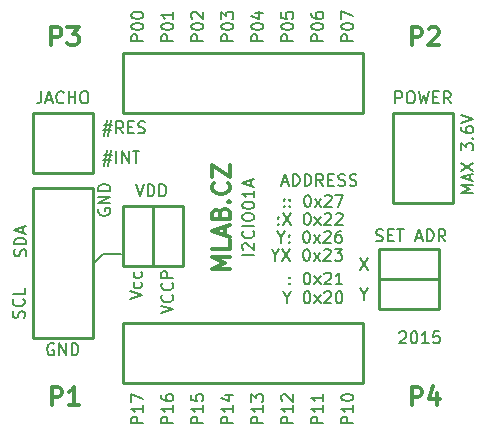
<source format=gbr>
G04 #@! TF.FileFunction,Legend,Top*
%FSLAX46Y46*%
G04 Gerber Fmt 4.6, Leading zero omitted, Abs format (unit mm)*
G04 Created by KiCad (PCBNEW 0.201412081631+5316~19~ubuntu14.04.1-product) date St 10. prosinec 2014, 16:51:25 CET*
%MOMM*%
G01*
G04 APERTURE LIST*
%ADD10C,0.100000*%
%ADD11C,0.200000*%
%ADD12C,0.300000*%
%ADD13C,0.254000*%
%ADD14C,0.304800*%
G04 APERTURE END LIST*
D10*
D11*
X8509000Y7112000D02*
X10033000Y7112000D01*
X7747000Y6350000D02*
X8509000Y7112000D01*
X23344524Y9675857D02*
X23392143Y9628238D01*
X23344524Y9580619D01*
X23296905Y9628238D01*
X23344524Y9675857D01*
X23344524Y9580619D01*
X23344524Y10199667D02*
X23392143Y10152048D01*
X23344524Y10104429D01*
X23296905Y10152048D01*
X23344524Y10199667D01*
X23344524Y10104429D01*
X23725476Y10580619D02*
X24392143Y9580619D01*
X24392143Y10580619D02*
X23725476Y9580619D01*
X25725476Y10580619D02*
X25820715Y10580619D01*
X25915953Y10533000D01*
X25963572Y10485381D01*
X26011191Y10390143D01*
X26058810Y10199667D01*
X26058810Y9961571D01*
X26011191Y9771095D01*
X25963572Y9675857D01*
X25915953Y9628238D01*
X25820715Y9580619D01*
X25725476Y9580619D01*
X25630238Y9628238D01*
X25582619Y9675857D01*
X25535000Y9771095D01*
X25487381Y9961571D01*
X25487381Y10199667D01*
X25535000Y10390143D01*
X25582619Y10485381D01*
X25630238Y10533000D01*
X25725476Y10580619D01*
X26392143Y9580619D02*
X26915953Y10247286D01*
X26392143Y10247286D02*
X26915953Y9580619D01*
X27249286Y10485381D02*
X27296905Y10533000D01*
X27392143Y10580619D01*
X27630239Y10580619D01*
X27725477Y10533000D01*
X27773096Y10485381D01*
X27820715Y10390143D01*
X27820715Y10294905D01*
X27773096Y10152048D01*
X27201667Y9580619D01*
X27820715Y9580619D01*
X28201667Y10485381D02*
X28249286Y10533000D01*
X28344524Y10580619D01*
X28582620Y10580619D01*
X28677858Y10533000D01*
X28725477Y10485381D01*
X28773096Y10390143D01*
X28773096Y10294905D01*
X28725477Y10152048D01*
X28154048Y9580619D01*
X28773096Y9580619D01*
X10755381Y3270238D02*
X11755381Y3603571D01*
X10755381Y3936905D01*
X11707762Y4698810D02*
X11755381Y4603572D01*
X11755381Y4413095D01*
X11707762Y4317857D01*
X11660143Y4270238D01*
X11564905Y4222619D01*
X11279190Y4222619D01*
X11183952Y4270238D01*
X11136333Y4317857D01*
X11088714Y4413095D01*
X11088714Y4603572D01*
X11136333Y4698810D01*
X11707762Y5555953D02*
X11755381Y5460715D01*
X11755381Y5270238D01*
X11707762Y5175000D01*
X11660143Y5127381D01*
X11564905Y5079762D01*
X11279190Y5079762D01*
X11183952Y5127381D01*
X11136333Y5175000D01*
X11088714Y5270238D01*
X11088714Y5460715D01*
X11136333Y5555953D01*
X13422381Y2080095D02*
X14422381Y2413428D01*
X13422381Y2746762D01*
X14327143Y3651524D02*
X14374762Y3603905D01*
X14422381Y3461048D01*
X14422381Y3365810D01*
X14374762Y3222952D01*
X14279524Y3127714D01*
X14184286Y3080095D01*
X13993810Y3032476D01*
X13850952Y3032476D01*
X13660476Y3080095D01*
X13565238Y3127714D01*
X13470000Y3222952D01*
X13422381Y3365810D01*
X13422381Y3461048D01*
X13470000Y3603905D01*
X13517619Y3651524D01*
X14327143Y4651524D02*
X14374762Y4603905D01*
X14422381Y4461048D01*
X14422381Y4365810D01*
X14374762Y4222952D01*
X14279524Y4127714D01*
X14184286Y4080095D01*
X13993810Y4032476D01*
X13850952Y4032476D01*
X13660476Y4080095D01*
X13565238Y4127714D01*
X13470000Y4222952D01*
X13422381Y4365810D01*
X13422381Y4461048D01*
X13470000Y4603905D01*
X13517619Y4651524D01*
X14422381Y5080095D02*
X13422381Y5080095D01*
X13422381Y5461048D01*
X13470000Y5556286D01*
X13517619Y5603905D01*
X13612857Y5651524D01*
X13755714Y5651524D01*
X13850952Y5603905D01*
X13898571Y5556286D01*
X13946190Y5461048D01*
X13946190Y5080095D01*
X11271238Y12993619D02*
X11604571Y11993619D01*
X11937905Y12993619D01*
X12271238Y11993619D02*
X12271238Y12993619D01*
X12509333Y12993619D01*
X12652191Y12946000D01*
X12747429Y12850762D01*
X12795048Y12755524D01*
X12842667Y12565048D01*
X12842667Y12422190D01*
X12795048Y12231714D01*
X12747429Y12136476D01*
X12652191Y12041238D01*
X12509333Y11993619D01*
X12271238Y11993619D01*
X13271238Y11993619D02*
X13271238Y12993619D01*
X13509333Y12993619D01*
X13652191Y12946000D01*
X13747429Y12850762D01*
X13795048Y12755524D01*
X13842667Y12565048D01*
X13842667Y12422190D01*
X13795048Y12231714D01*
X13747429Y12136476D01*
X13652191Y12041238D01*
X13509333Y11993619D01*
X13271238Y11993619D01*
X33591714Y452381D02*
X33639333Y500000D01*
X33734571Y547619D01*
X33972667Y547619D01*
X34067905Y500000D01*
X34115524Y452381D01*
X34163143Y357143D01*
X34163143Y261905D01*
X34115524Y119048D01*
X33544095Y-452381D01*
X34163143Y-452381D01*
X34782190Y547619D02*
X34877429Y547619D01*
X34972667Y500000D01*
X35020286Y452381D01*
X35067905Y357143D01*
X35115524Y166667D01*
X35115524Y-71429D01*
X35067905Y-261905D01*
X35020286Y-357143D01*
X34972667Y-404762D01*
X34877429Y-452381D01*
X34782190Y-452381D01*
X34686952Y-404762D01*
X34639333Y-357143D01*
X34591714Y-261905D01*
X34544095Y-71429D01*
X34544095Y166667D01*
X34591714Y357143D01*
X34639333Y452381D01*
X34686952Y500000D01*
X34782190Y547619D01*
X36067905Y-452381D02*
X35496476Y-452381D01*
X35782190Y-452381D02*
X35782190Y547619D01*
X35686952Y404762D01*
X35591714Y309524D01*
X35496476Y261905D01*
X36972667Y547619D02*
X36496476Y547619D01*
X36448857Y71429D01*
X36496476Y119048D01*
X36591714Y166667D01*
X36829810Y166667D01*
X36925048Y119048D01*
X36972667Y71429D01*
X37020286Y-23810D01*
X37020286Y-261905D01*
X36972667Y-357143D01*
X36925048Y-404762D01*
X36829810Y-452381D01*
X36591714Y-452381D01*
X36496476Y-404762D01*
X36448857Y-357143D01*
X3246667Y20867619D02*
X3246667Y20153333D01*
X3199047Y20010476D01*
X3103809Y19915238D01*
X2960952Y19867619D01*
X2865714Y19867619D01*
X3675238Y20153333D02*
X4151429Y20153333D01*
X3580000Y19867619D02*
X3913333Y20867619D01*
X4246667Y19867619D01*
X5151429Y19962857D02*
X5103810Y19915238D01*
X4960953Y19867619D01*
X4865715Y19867619D01*
X4722857Y19915238D01*
X4627619Y20010476D01*
X4580000Y20105714D01*
X4532381Y20296190D01*
X4532381Y20439048D01*
X4580000Y20629524D01*
X4627619Y20724762D01*
X4722857Y20820000D01*
X4865715Y20867619D01*
X4960953Y20867619D01*
X5103810Y20820000D01*
X5151429Y20772381D01*
X5580000Y19867619D02*
X5580000Y20867619D01*
X5580000Y20391429D02*
X6151429Y20391429D01*
X6151429Y19867619D02*
X6151429Y20867619D01*
X6818095Y20867619D02*
X7008572Y20867619D01*
X7103810Y20820000D01*
X7199048Y20724762D01*
X7246667Y20534286D01*
X7246667Y20200952D01*
X7199048Y20010476D01*
X7103810Y19915238D01*
X7008572Y19867619D01*
X6818095Y19867619D01*
X6722857Y19915238D01*
X6627619Y20010476D01*
X6580000Y20200952D01*
X6580000Y20534286D01*
X6627619Y20724762D01*
X6722857Y20820000D01*
X6818095Y20867619D01*
X21280381Y7040953D02*
X20280381Y7040953D01*
X20375619Y7469524D02*
X20328000Y7517143D01*
X20280381Y7612381D01*
X20280381Y7850477D01*
X20328000Y7945715D01*
X20375619Y7993334D01*
X20470857Y8040953D01*
X20566095Y8040953D01*
X20708952Y7993334D01*
X21280381Y7421905D01*
X21280381Y8040953D01*
X21185143Y9040953D02*
X21232762Y8993334D01*
X21280381Y8850477D01*
X21280381Y8755239D01*
X21232762Y8612381D01*
X21137524Y8517143D01*
X21042286Y8469524D01*
X20851810Y8421905D01*
X20708952Y8421905D01*
X20518476Y8469524D01*
X20423238Y8517143D01*
X20328000Y8612381D01*
X20280381Y8755239D01*
X20280381Y8850477D01*
X20328000Y8993334D01*
X20375619Y9040953D01*
X21280381Y9469524D02*
X20280381Y9469524D01*
X20280381Y10136190D02*
X20280381Y10326667D01*
X20328000Y10421905D01*
X20423238Y10517143D01*
X20613714Y10564762D01*
X20947048Y10564762D01*
X21137524Y10517143D01*
X21232762Y10421905D01*
X21280381Y10326667D01*
X21280381Y10136190D01*
X21232762Y10040952D01*
X21137524Y9945714D01*
X20947048Y9898095D01*
X20613714Y9898095D01*
X20423238Y9945714D01*
X20328000Y10040952D01*
X20280381Y10136190D01*
X20280381Y11183809D02*
X20280381Y11279048D01*
X20328000Y11374286D01*
X20375619Y11421905D01*
X20470857Y11469524D01*
X20661333Y11517143D01*
X20899429Y11517143D01*
X21089905Y11469524D01*
X21185143Y11421905D01*
X21232762Y11374286D01*
X21280381Y11279048D01*
X21280381Y11183809D01*
X21232762Y11088571D01*
X21185143Y11040952D01*
X21089905Y10993333D01*
X20899429Y10945714D01*
X20661333Y10945714D01*
X20470857Y10993333D01*
X20375619Y11040952D01*
X20328000Y11088571D01*
X20280381Y11183809D01*
X21280381Y12469524D02*
X21280381Y11898095D01*
X21280381Y12183809D02*
X20280381Y12183809D01*
X20423238Y12088571D01*
X20518476Y11993333D01*
X20566095Y11898095D01*
X20994667Y12850476D02*
X20994667Y13326667D01*
X21280381Y12755238D02*
X20280381Y13088571D01*
X21280381Y13421905D01*
D12*
X19220571Y5838572D02*
X17720571Y5838572D01*
X18792000Y6338572D01*
X17720571Y6838572D01*
X19220571Y6838572D01*
X19220571Y8267144D02*
X19220571Y7552858D01*
X17720571Y7552858D01*
X18792000Y8695715D02*
X18792000Y9410001D01*
X19220571Y8552858D02*
X17720571Y9052858D01*
X19220571Y9552858D01*
X18434857Y10552858D02*
X18506286Y10767144D01*
X18577714Y10838572D01*
X18720571Y10910001D01*
X18934857Y10910001D01*
X19077714Y10838572D01*
X19149143Y10767144D01*
X19220571Y10624286D01*
X19220571Y10052858D01*
X17720571Y10052858D01*
X17720571Y10552858D01*
X17792000Y10695715D01*
X17863429Y10767144D01*
X18006286Y10838572D01*
X18149143Y10838572D01*
X18292000Y10767144D01*
X18363429Y10695715D01*
X18434857Y10552858D01*
X18434857Y10052858D01*
X19077714Y11552858D02*
X19149143Y11624286D01*
X19220571Y11552858D01*
X19149143Y11481429D01*
X19077714Y11552858D01*
X19220571Y11552858D01*
X19077714Y13124287D02*
X19149143Y13052858D01*
X19220571Y12838572D01*
X19220571Y12695715D01*
X19149143Y12481430D01*
X19006286Y12338572D01*
X18863429Y12267144D01*
X18577714Y12195715D01*
X18363429Y12195715D01*
X18077714Y12267144D01*
X17934857Y12338572D01*
X17792000Y12481430D01*
X17720571Y12695715D01*
X17720571Y12838572D01*
X17792000Y13052858D01*
X17863429Y13124287D01*
X17720571Y13624287D02*
X17720571Y14624287D01*
X19220571Y13624287D01*
X19220571Y14624287D01*
D11*
X29662381Y25130095D02*
X28662381Y25130095D01*
X28662381Y25511048D01*
X28710000Y25606286D01*
X28757619Y25653905D01*
X28852857Y25701524D01*
X28995714Y25701524D01*
X29090952Y25653905D01*
X29138571Y25606286D01*
X29186190Y25511048D01*
X29186190Y25130095D01*
X28662381Y26320571D02*
X28662381Y26415810D01*
X28710000Y26511048D01*
X28757619Y26558667D01*
X28852857Y26606286D01*
X29043333Y26653905D01*
X29281429Y26653905D01*
X29471905Y26606286D01*
X29567143Y26558667D01*
X29614762Y26511048D01*
X29662381Y26415810D01*
X29662381Y26320571D01*
X29614762Y26225333D01*
X29567143Y26177714D01*
X29471905Y26130095D01*
X29281429Y26082476D01*
X29043333Y26082476D01*
X28852857Y26130095D01*
X28757619Y26177714D01*
X28710000Y26225333D01*
X28662381Y26320571D01*
X28662381Y26987238D02*
X28662381Y27653905D01*
X29662381Y27225333D01*
X27122381Y25130095D02*
X26122381Y25130095D01*
X26122381Y25511048D01*
X26170000Y25606286D01*
X26217619Y25653905D01*
X26312857Y25701524D01*
X26455714Y25701524D01*
X26550952Y25653905D01*
X26598571Y25606286D01*
X26646190Y25511048D01*
X26646190Y25130095D01*
X26122381Y26320571D02*
X26122381Y26415810D01*
X26170000Y26511048D01*
X26217619Y26558667D01*
X26312857Y26606286D01*
X26503333Y26653905D01*
X26741429Y26653905D01*
X26931905Y26606286D01*
X27027143Y26558667D01*
X27074762Y26511048D01*
X27122381Y26415810D01*
X27122381Y26320571D01*
X27074762Y26225333D01*
X27027143Y26177714D01*
X26931905Y26130095D01*
X26741429Y26082476D01*
X26503333Y26082476D01*
X26312857Y26130095D01*
X26217619Y26177714D01*
X26170000Y26225333D01*
X26122381Y26320571D01*
X26122381Y27511048D02*
X26122381Y27320571D01*
X26170000Y27225333D01*
X26217619Y27177714D01*
X26360476Y27082476D01*
X26550952Y27034857D01*
X26931905Y27034857D01*
X27027143Y27082476D01*
X27074762Y27130095D01*
X27122381Y27225333D01*
X27122381Y27415810D01*
X27074762Y27511048D01*
X27027143Y27558667D01*
X26931905Y27606286D01*
X26693810Y27606286D01*
X26598571Y27558667D01*
X26550952Y27511048D01*
X26503333Y27415810D01*
X26503333Y27225333D01*
X26550952Y27130095D01*
X26598571Y27082476D01*
X26693810Y27034857D01*
X24582381Y25130095D02*
X23582381Y25130095D01*
X23582381Y25511048D01*
X23630000Y25606286D01*
X23677619Y25653905D01*
X23772857Y25701524D01*
X23915714Y25701524D01*
X24010952Y25653905D01*
X24058571Y25606286D01*
X24106190Y25511048D01*
X24106190Y25130095D01*
X23582381Y26320571D02*
X23582381Y26415810D01*
X23630000Y26511048D01*
X23677619Y26558667D01*
X23772857Y26606286D01*
X23963333Y26653905D01*
X24201429Y26653905D01*
X24391905Y26606286D01*
X24487143Y26558667D01*
X24534762Y26511048D01*
X24582381Y26415810D01*
X24582381Y26320571D01*
X24534762Y26225333D01*
X24487143Y26177714D01*
X24391905Y26130095D01*
X24201429Y26082476D01*
X23963333Y26082476D01*
X23772857Y26130095D01*
X23677619Y26177714D01*
X23630000Y26225333D01*
X23582381Y26320571D01*
X23582381Y27558667D02*
X23582381Y27082476D01*
X24058571Y27034857D01*
X24010952Y27082476D01*
X23963333Y27177714D01*
X23963333Y27415810D01*
X24010952Y27511048D01*
X24058571Y27558667D01*
X24153810Y27606286D01*
X24391905Y27606286D01*
X24487143Y27558667D01*
X24534762Y27511048D01*
X24582381Y27415810D01*
X24582381Y27177714D01*
X24534762Y27082476D01*
X24487143Y27034857D01*
X22042381Y25130095D02*
X21042381Y25130095D01*
X21042381Y25511048D01*
X21090000Y25606286D01*
X21137619Y25653905D01*
X21232857Y25701524D01*
X21375714Y25701524D01*
X21470952Y25653905D01*
X21518571Y25606286D01*
X21566190Y25511048D01*
X21566190Y25130095D01*
X21042381Y26320571D02*
X21042381Y26415810D01*
X21090000Y26511048D01*
X21137619Y26558667D01*
X21232857Y26606286D01*
X21423333Y26653905D01*
X21661429Y26653905D01*
X21851905Y26606286D01*
X21947143Y26558667D01*
X21994762Y26511048D01*
X22042381Y26415810D01*
X22042381Y26320571D01*
X21994762Y26225333D01*
X21947143Y26177714D01*
X21851905Y26130095D01*
X21661429Y26082476D01*
X21423333Y26082476D01*
X21232857Y26130095D01*
X21137619Y26177714D01*
X21090000Y26225333D01*
X21042381Y26320571D01*
X21375714Y27511048D02*
X22042381Y27511048D01*
X20994762Y27272952D02*
X21709048Y27034857D01*
X21709048Y27653905D01*
X19502381Y25130095D02*
X18502381Y25130095D01*
X18502381Y25511048D01*
X18550000Y25606286D01*
X18597619Y25653905D01*
X18692857Y25701524D01*
X18835714Y25701524D01*
X18930952Y25653905D01*
X18978571Y25606286D01*
X19026190Y25511048D01*
X19026190Y25130095D01*
X18502381Y26320571D02*
X18502381Y26415810D01*
X18550000Y26511048D01*
X18597619Y26558667D01*
X18692857Y26606286D01*
X18883333Y26653905D01*
X19121429Y26653905D01*
X19311905Y26606286D01*
X19407143Y26558667D01*
X19454762Y26511048D01*
X19502381Y26415810D01*
X19502381Y26320571D01*
X19454762Y26225333D01*
X19407143Y26177714D01*
X19311905Y26130095D01*
X19121429Y26082476D01*
X18883333Y26082476D01*
X18692857Y26130095D01*
X18597619Y26177714D01*
X18550000Y26225333D01*
X18502381Y26320571D01*
X18502381Y26987238D02*
X18502381Y27606286D01*
X18883333Y27272952D01*
X18883333Y27415810D01*
X18930952Y27511048D01*
X18978571Y27558667D01*
X19073810Y27606286D01*
X19311905Y27606286D01*
X19407143Y27558667D01*
X19454762Y27511048D01*
X19502381Y27415810D01*
X19502381Y27130095D01*
X19454762Y27034857D01*
X19407143Y26987238D01*
X16962381Y25130095D02*
X15962381Y25130095D01*
X15962381Y25511048D01*
X16010000Y25606286D01*
X16057619Y25653905D01*
X16152857Y25701524D01*
X16295714Y25701524D01*
X16390952Y25653905D01*
X16438571Y25606286D01*
X16486190Y25511048D01*
X16486190Y25130095D01*
X15962381Y26320571D02*
X15962381Y26415810D01*
X16010000Y26511048D01*
X16057619Y26558667D01*
X16152857Y26606286D01*
X16343333Y26653905D01*
X16581429Y26653905D01*
X16771905Y26606286D01*
X16867143Y26558667D01*
X16914762Y26511048D01*
X16962381Y26415810D01*
X16962381Y26320571D01*
X16914762Y26225333D01*
X16867143Y26177714D01*
X16771905Y26130095D01*
X16581429Y26082476D01*
X16343333Y26082476D01*
X16152857Y26130095D01*
X16057619Y26177714D01*
X16010000Y26225333D01*
X15962381Y26320571D01*
X16057619Y27034857D02*
X16010000Y27082476D01*
X15962381Y27177714D01*
X15962381Y27415810D01*
X16010000Y27511048D01*
X16057619Y27558667D01*
X16152857Y27606286D01*
X16248095Y27606286D01*
X16390952Y27558667D01*
X16962381Y26987238D01*
X16962381Y27606286D01*
X14422381Y25130095D02*
X13422381Y25130095D01*
X13422381Y25511048D01*
X13470000Y25606286D01*
X13517619Y25653905D01*
X13612857Y25701524D01*
X13755714Y25701524D01*
X13850952Y25653905D01*
X13898571Y25606286D01*
X13946190Y25511048D01*
X13946190Y25130095D01*
X13422381Y26320571D02*
X13422381Y26415810D01*
X13470000Y26511048D01*
X13517619Y26558667D01*
X13612857Y26606286D01*
X13803333Y26653905D01*
X14041429Y26653905D01*
X14231905Y26606286D01*
X14327143Y26558667D01*
X14374762Y26511048D01*
X14422381Y26415810D01*
X14422381Y26320571D01*
X14374762Y26225333D01*
X14327143Y26177714D01*
X14231905Y26130095D01*
X14041429Y26082476D01*
X13803333Y26082476D01*
X13612857Y26130095D01*
X13517619Y26177714D01*
X13470000Y26225333D01*
X13422381Y26320571D01*
X14422381Y27606286D02*
X14422381Y27034857D01*
X14422381Y27320571D02*
X13422381Y27320571D01*
X13565238Y27225333D01*
X13660476Y27130095D01*
X13708095Y27034857D01*
X11882381Y25130095D02*
X10882381Y25130095D01*
X10882381Y25511048D01*
X10930000Y25606286D01*
X10977619Y25653905D01*
X11072857Y25701524D01*
X11215714Y25701524D01*
X11310952Y25653905D01*
X11358571Y25606286D01*
X11406190Y25511048D01*
X11406190Y25130095D01*
X10882381Y26320571D02*
X10882381Y26415810D01*
X10930000Y26511048D01*
X10977619Y26558667D01*
X11072857Y26606286D01*
X11263333Y26653905D01*
X11501429Y26653905D01*
X11691905Y26606286D01*
X11787143Y26558667D01*
X11834762Y26511048D01*
X11882381Y26415810D01*
X11882381Y26320571D01*
X11834762Y26225333D01*
X11787143Y26177714D01*
X11691905Y26130095D01*
X11501429Y26082476D01*
X11263333Y26082476D01*
X11072857Y26130095D01*
X10977619Y26177714D01*
X10930000Y26225333D01*
X10882381Y26320571D01*
X10882381Y27272952D02*
X10882381Y27368191D01*
X10930000Y27463429D01*
X10977619Y27511048D01*
X11072857Y27558667D01*
X11263333Y27606286D01*
X11501429Y27606286D01*
X11691905Y27558667D01*
X11787143Y27511048D01*
X11834762Y27463429D01*
X11882381Y27368191D01*
X11882381Y27272952D01*
X11834762Y27177714D01*
X11787143Y27130095D01*
X11691905Y27082476D01*
X11501429Y27034857D01*
X11263333Y27034857D01*
X11072857Y27082476D01*
X10977619Y27130095D01*
X10930000Y27177714D01*
X10882381Y27272952D01*
X29662381Y-7238667D02*
X28662381Y-7238667D01*
X28662381Y-6857714D01*
X28710000Y-6762476D01*
X28757619Y-6714857D01*
X28852857Y-6667238D01*
X28995714Y-6667238D01*
X29090952Y-6714857D01*
X29138571Y-6762476D01*
X29186190Y-6857714D01*
X29186190Y-7238667D01*
X29662381Y-5714857D02*
X29662381Y-6286286D01*
X29662381Y-6000572D02*
X28662381Y-6000572D01*
X28805238Y-6095810D01*
X28900476Y-6191048D01*
X28948095Y-6286286D01*
X28662381Y-5095810D02*
X28662381Y-5000571D01*
X28710000Y-4905333D01*
X28757619Y-4857714D01*
X28852857Y-4810095D01*
X29043333Y-4762476D01*
X29281429Y-4762476D01*
X29471905Y-4810095D01*
X29567143Y-4857714D01*
X29614762Y-4905333D01*
X29662381Y-5000571D01*
X29662381Y-5095810D01*
X29614762Y-5191048D01*
X29567143Y-5238667D01*
X29471905Y-5286286D01*
X29281429Y-5333905D01*
X29043333Y-5333905D01*
X28852857Y-5286286D01*
X28757619Y-5238667D01*
X28710000Y-5191048D01*
X28662381Y-5095810D01*
X27122381Y-7238667D02*
X26122381Y-7238667D01*
X26122381Y-6857714D01*
X26170000Y-6762476D01*
X26217619Y-6714857D01*
X26312857Y-6667238D01*
X26455714Y-6667238D01*
X26550952Y-6714857D01*
X26598571Y-6762476D01*
X26646190Y-6857714D01*
X26646190Y-7238667D01*
X27122381Y-5714857D02*
X27122381Y-6286286D01*
X27122381Y-6000572D02*
X26122381Y-6000572D01*
X26265238Y-6095810D01*
X26360476Y-6191048D01*
X26408095Y-6286286D01*
X27122381Y-4762476D02*
X27122381Y-5333905D01*
X27122381Y-5048191D02*
X26122381Y-5048191D01*
X26265238Y-5143429D01*
X26360476Y-5238667D01*
X26408095Y-5333905D01*
X24582381Y-7238667D02*
X23582381Y-7238667D01*
X23582381Y-6857714D01*
X23630000Y-6762476D01*
X23677619Y-6714857D01*
X23772857Y-6667238D01*
X23915714Y-6667238D01*
X24010952Y-6714857D01*
X24058571Y-6762476D01*
X24106190Y-6857714D01*
X24106190Y-7238667D01*
X24582381Y-5714857D02*
X24582381Y-6286286D01*
X24582381Y-6000572D02*
X23582381Y-6000572D01*
X23725238Y-6095810D01*
X23820476Y-6191048D01*
X23868095Y-6286286D01*
X23677619Y-5333905D02*
X23630000Y-5286286D01*
X23582381Y-5191048D01*
X23582381Y-4952952D01*
X23630000Y-4857714D01*
X23677619Y-4810095D01*
X23772857Y-4762476D01*
X23868095Y-4762476D01*
X24010952Y-4810095D01*
X24582381Y-5381524D01*
X24582381Y-4762476D01*
X22042381Y-7238667D02*
X21042381Y-7238667D01*
X21042381Y-6857714D01*
X21090000Y-6762476D01*
X21137619Y-6714857D01*
X21232857Y-6667238D01*
X21375714Y-6667238D01*
X21470952Y-6714857D01*
X21518571Y-6762476D01*
X21566190Y-6857714D01*
X21566190Y-7238667D01*
X22042381Y-5714857D02*
X22042381Y-6286286D01*
X22042381Y-6000572D02*
X21042381Y-6000572D01*
X21185238Y-6095810D01*
X21280476Y-6191048D01*
X21328095Y-6286286D01*
X21042381Y-5381524D02*
X21042381Y-4762476D01*
X21423333Y-5095810D01*
X21423333Y-4952952D01*
X21470952Y-4857714D01*
X21518571Y-4810095D01*
X21613810Y-4762476D01*
X21851905Y-4762476D01*
X21947143Y-4810095D01*
X21994762Y-4857714D01*
X22042381Y-4952952D01*
X22042381Y-5238667D01*
X21994762Y-5333905D01*
X21947143Y-5381524D01*
X19502381Y-7238667D02*
X18502381Y-7238667D01*
X18502381Y-6857714D01*
X18550000Y-6762476D01*
X18597619Y-6714857D01*
X18692857Y-6667238D01*
X18835714Y-6667238D01*
X18930952Y-6714857D01*
X18978571Y-6762476D01*
X19026190Y-6857714D01*
X19026190Y-7238667D01*
X19502381Y-5714857D02*
X19502381Y-6286286D01*
X19502381Y-6000572D02*
X18502381Y-6000572D01*
X18645238Y-6095810D01*
X18740476Y-6191048D01*
X18788095Y-6286286D01*
X18835714Y-4857714D02*
X19502381Y-4857714D01*
X18454762Y-5095810D02*
X19169048Y-5333905D01*
X19169048Y-4714857D01*
X16962381Y-7238667D02*
X15962381Y-7238667D01*
X15962381Y-6857714D01*
X16010000Y-6762476D01*
X16057619Y-6714857D01*
X16152857Y-6667238D01*
X16295714Y-6667238D01*
X16390952Y-6714857D01*
X16438571Y-6762476D01*
X16486190Y-6857714D01*
X16486190Y-7238667D01*
X16962381Y-5714857D02*
X16962381Y-6286286D01*
X16962381Y-6000572D02*
X15962381Y-6000572D01*
X16105238Y-6095810D01*
X16200476Y-6191048D01*
X16248095Y-6286286D01*
X15962381Y-4810095D02*
X15962381Y-5286286D01*
X16438571Y-5333905D01*
X16390952Y-5286286D01*
X16343333Y-5191048D01*
X16343333Y-4952952D01*
X16390952Y-4857714D01*
X16438571Y-4810095D01*
X16533810Y-4762476D01*
X16771905Y-4762476D01*
X16867143Y-4810095D01*
X16914762Y-4857714D01*
X16962381Y-4952952D01*
X16962381Y-5191048D01*
X16914762Y-5286286D01*
X16867143Y-5333905D01*
X14422381Y-7238667D02*
X13422381Y-7238667D01*
X13422381Y-6857714D01*
X13470000Y-6762476D01*
X13517619Y-6714857D01*
X13612857Y-6667238D01*
X13755714Y-6667238D01*
X13850952Y-6714857D01*
X13898571Y-6762476D01*
X13946190Y-6857714D01*
X13946190Y-7238667D01*
X14422381Y-5714857D02*
X14422381Y-6286286D01*
X14422381Y-6000572D02*
X13422381Y-6000572D01*
X13565238Y-6095810D01*
X13660476Y-6191048D01*
X13708095Y-6286286D01*
X13422381Y-4857714D02*
X13422381Y-5048191D01*
X13470000Y-5143429D01*
X13517619Y-5191048D01*
X13660476Y-5286286D01*
X13850952Y-5333905D01*
X14231905Y-5333905D01*
X14327143Y-5286286D01*
X14374762Y-5238667D01*
X14422381Y-5143429D01*
X14422381Y-4952952D01*
X14374762Y-4857714D01*
X14327143Y-4810095D01*
X14231905Y-4762476D01*
X13993810Y-4762476D01*
X13898571Y-4810095D01*
X13850952Y-4857714D01*
X13803333Y-4952952D01*
X13803333Y-5143429D01*
X13850952Y-5238667D01*
X13898571Y-5286286D01*
X13993810Y-5333905D01*
X11882381Y-7238667D02*
X10882381Y-7238667D01*
X10882381Y-6857714D01*
X10930000Y-6762476D01*
X10977619Y-6714857D01*
X11072857Y-6667238D01*
X11215714Y-6667238D01*
X11310952Y-6714857D01*
X11358571Y-6762476D01*
X11406190Y-6857714D01*
X11406190Y-7238667D01*
X11882381Y-5714857D02*
X11882381Y-6286286D01*
X11882381Y-6000572D02*
X10882381Y-6000572D01*
X11025238Y-6095810D01*
X11120476Y-6191048D01*
X11168095Y-6286286D01*
X10882381Y-5381524D02*
X10882381Y-4714857D01*
X11882381Y-5143429D01*
X39822381Y12255905D02*
X38822381Y12255905D01*
X39536667Y12589239D01*
X38822381Y12922572D01*
X39822381Y12922572D01*
X39536667Y13351143D02*
X39536667Y13827334D01*
X39822381Y13255905D02*
X38822381Y13589238D01*
X39822381Y13922572D01*
X38822381Y14160667D02*
X39822381Y14827334D01*
X38822381Y14827334D02*
X39822381Y14160667D01*
X38822381Y15874953D02*
X38822381Y16494001D01*
X39203333Y16160667D01*
X39203333Y16303525D01*
X39250952Y16398763D01*
X39298571Y16446382D01*
X39393810Y16494001D01*
X39631905Y16494001D01*
X39727143Y16446382D01*
X39774762Y16398763D01*
X39822381Y16303525D01*
X39822381Y16017810D01*
X39774762Y15922572D01*
X39727143Y15874953D01*
X39727143Y16922572D02*
X39774762Y16970191D01*
X39822381Y16922572D01*
X39774762Y16874953D01*
X39727143Y16922572D01*
X39822381Y16922572D01*
X38822381Y17827334D02*
X38822381Y17636857D01*
X38870000Y17541619D01*
X38917619Y17494000D01*
X39060476Y17398762D01*
X39250952Y17351143D01*
X39631905Y17351143D01*
X39727143Y17398762D01*
X39774762Y17446381D01*
X39822381Y17541619D01*
X39822381Y17732096D01*
X39774762Y17827334D01*
X39727143Y17874953D01*
X39631905Y17922572D01*
X39393810Y17922572D01*
X39298571Y17874953D01*
X39250952Y17827334D01*
X39203333Y17732096D01*
X39203333Y17541619D01*
X39250952Y17446381D01*
X39298571Y17398762D01*
X39393810Y17351143D01*
X38822381Y18208286D02*
X39822381Y18541619D01*
X38822381Y18874953D01*
X33250476Y19867619D02*
X33250476Y20867619D01*
X33631429Y20867619D01*
X33726667Y20820000D01*
X33774286Y20772381D01*
X33821905Y20677143D01*
X33821905Y20534286D01*
X33774286Y20439048D01*
X33726667Y20391429D01*
X33631429Y20343810D01*
X33250476Y20343810D01*
X34440952Y20867619D02*
X34631429Y20867619D01*
X34726667Y20820000D01*
X34821905Y20724762D01*
X34869524Y20534286D01*
X34869524Y20200952D01*
X34821905Y20010476D01*
X34726667Y19915238D01*
X34631429Y19867619D01*
X34440952Y19867619D01*
X34345714Y19915238D01*
X34250476Y20010476D01*
X34202857Y20200952D01*
X34202857Y20534286D01*
X34250476Y20724762D01*
X34345714Y20820000D01*
X34440952Y20867619D01*
X35202857Y20867619D02*
X35440952Y19867619D01*
X35631429Y20581905D01*
X35821905Y19867619D01*
X36060000Y20867619D01*
X36440952Y20391429D02*
X36774286Y20391429D01*
X36917143Y19867619D02*
X36440952Y19867619D01*
X36440952Y20867619D01*
X36917143Y20867619D01*
X37917143Y19867619D02*
X37583809Y20343810D01*
X37345714Y19867619D02*
X37345714Y20867619D01*
X37726667Y20867619D01*
X37821905Y20820000D01*
X37869524Y20772381D01*
X37917143Y20677143D01*
X37917143Y20534286D01*
X37869524Y20439048D01*
X37821905Y20391429D01*
X37726667Y20343810D01*
X37345714Y20343810D01*
X1801762Y1714476D02*
X1849381Y1857333D01*
X1849381Y2095429D01*
X1801762Y2190667D01*
X1754143Y2238286D01*
X1658905Y2285905D01*
X1563667Y2285905D01*
X1468429Y2238286D01*
X1420810Y2190667D01*
X1373190Y2095429D01*
X1325571Y1904952D01*
X1277952Y1809714D01*
X1230333Y1762095D01*
X1135095Y1714476D01*
X1039857Y1714476D01*
X944619Y1762095D01*
X897000Y1809714D01*
X849381Y1904952D01*
X849381Y2143048D01*
X897000Y2285905D01*
X1754143Y3285905D02*
X1801762Y3238286D01*
X1849381Y3095429D01*
X1849381Y3000191D01*
X1801762Y2857333D01*
X1706524Y2762095D01*
X1611286Y2714476D01*
X1420810Y2666857D01*
X1277952Y2666857D01*
X1087476Y2714476D01*
X992238Y2762095D01*
X897000Y2857333D01*
X849381Y3000191D01*
X849381Y3095429D01*
X897000Y3238286D01*
X944619Y3285905D01*
X1849381Y4190667D02*
X1849381Y3714476D01*
X849381Y3714476D01*
X1928762Y6921476D02*
X1976381Y7064333D01*
X1976381Y7302429D01*
X1928762Y7397667D01*
X1881143Y7445286D01*
X1785905Y7492905D01*
X1690667Y7492905D01*
X1595429Y7445286D01*
X1547810Y7397667D01*
X1500190Y7302429D01*
X1452571Y7111952D01*
X1404952Y7016714D01*
X1357333Y6969095D01*
X1262095Y6921476D01*
X1166857Y6921476D01*
X1071619Y6969095D01*
X1024000Y7016714D01*
X976381Y7111952D01*
X976381Y7350048D01*
X1024000Y7492905D01*
X1976381Y7921476D02*
X976381Y7921476D01*
X976381Y8159571D01*
X1024000Y8302429D01*
X1119238Y8397667D01*
X1214476Y8445286D01*
X1404952Y8492905D01*
X1547810Y8492905D01*
X1738286Y8445286D01*
X1833524Y8397667D01*
X1928762Y8302429D01*
X1976381Y8159571D01*
X1976381Y7921476D01*
X1690667Y8873857D02*
X1690667Y9350048D01*
X1976381Y8778619D02*
X976381Y9111952D01*
X1976381Y9445286D01*
X8136000Y10921905D02*
X8088381Y10826667D01*
X8088381Y10683810D01*
X8136000Y10540952D01*
X8231238Y10445714D01*
X8326476Y10398095D01*
X8516952Y10350476D01*
X8659810Y10350476D01*
X8850286Y10398095D01*
X8945524Y10445714D01*
X9040762Y10540952D01*
X9088381Y10683810D01*
X9088381Y10779048D01*
X9040762Y10921905D01*
X8993143Y10969524D01*
X8659810Y10969524D01*
X8659810Y10779048D01*
X9088381Y11398095D02*
X8088381Y11398095D01*
X9088381Y11969524D01*
X8088381Y11969524D01*
X9088381Y12445714D02*
X8088381Y12445714D01*
X8088381Y12683809D01*
X8136000Y12826667D01*
X8231238Y12921905D01*
X8326476Y12969524D01*
X8516952Y13017143D01*
X8659810Y13017143D01*
X8850286Y12969524D01*
X8945524Y12921905D01*
X9040762Y12826667D01*
X9088381Y12683809D01*
X9088381Y12445714D01*
X4318096Y-516000D02*
X4222858Y-468381D01*
X4080001Y-468381D01*
X3937143Y-516000D01*
X3841905Y-611238D01*
X3794286Y-706476D01*
X3746667Y-896952D01*
X3746667Y-1039810D01*
X3794286Y-1230286D01*
X3841905Y-1325524D01*
X3937143Y-1420762D01*
X4080001Y-1468381D01*
X4175239Y-1468381D01*
X4318096Y-1420762D01*
X4365715Y-1373143D01*
X4365715Y-1039810D01*
X4175239Y-1039810D01*
X4794286Y-1468381D02*
X4794286Y-468381D01*
X5365715Y-1468381D01*
X5365715Y-468381D01*
X5841905Y-1468381D02*
X5841905Y-468381D01*
X6080000Y-468381D01*
X6222858Y-516000D01*
X6318096Y-611238D01*
X6365715Y-706476D01*
X6413334Y-896952D01*
X6413334Y-1039810D01*
X6365715Y-1230286D01*
X6318096Y-1325524D01*
X6222858Y-1420762D01*
X6080000Y-1468381D01*
X5841905Y-1468381D01*
X8572476Y15454286D02*
X9286762Y15454286D01*
X8858190Y15882857D02*
X8572476Y14597143D01*
X9191524Y15025714D02*
X8477238Y15025714D01*
X8905810Y14597143D02*
X9191524Y15882857D01*
X9620095Y14787619D02*
X9620095Y15787619D01*
X10096285Y14787619D02*
X10096285Y15787619D01*
X10667714Y14787619D01*
X10667714Y15787619D01*
X11001047Y15787619D02*
X11572476Y15787619D01*
X11286761Y14787619D02*
X11286761Y15787619D01*
X8572476Y17994286D02*
X9286762Y17994286D01*
X8858190Y18422857D02*
X8572476Y17137143D01*
X9191524Y17565714D02*
X8477238Y17565714D01*
X8905810Y17137143D02*
X9191524Y18422857D01*
X10191524Y17327619D02*
X9858190Y17803810D01*
X9620095Y17327619D02*
X9620095Y18327619D01*
X10001048Y18327619D01*
X10096286Y18280000D01*
X10143905Y18232381D01*
X10191524Y18137143D01*
X10191524Y17994286D01*
X10143905Y17899048D01*
X10096286Y17851429D01*
X10001048Y17803810D01*
X9620095Y17803810D01*
X10620095Y17851429D02*
X10953429Y17851429D01*
X11096286Y17327619D02*
X10620095Y17327619D01*
X10620095Y18327619D01*
X11096286Y18327619D01*
X11477238Y17375238D02*
X11620095Y17327619D01*
X11858191Y17327619D01*
X11953429Y17375238D01*
X12001048Y17422857D01*
X12048667Y17518095D01*
X12048667Y17613333D01*
X12001048Y17708571D01*
X11953429Y17756190D01*
X11858191Y17803810D01*
X11667714Y17851429D01*
X11572476Y17899048D01*
X11524857Y17946667D01*
X11477238Y18041905D01*
X11477238Y18137143D01*
X11524857Y18232381D01*
X11572476Y18280000D01*
X11667714Y18327619D01*
X11905810Y18327619D01*
X12048667Y18280000D01*
X24289333Y4633857D02*
X24336952Y4586238D01*
X24289333Y4538619D01*
X24241714Y4586238D01*
X24289333Y4633857D01*
X24289333Y4538619D01*
X24289333Y5157667D02*
X24336952Y5110048D01*
X24289333Y5062429D01*
X24241714Y5110048D01*
X24289333Y5157667D01*
X24289333Y5062429D01*
X25717904Y5538619D02*
X25813143Y5538619D01*
X25908381Y5491000D01*
X25956000Y5443381D01*
X26003619Y5348143D01*
X26051238Y5157667D01*
X26051238Y4919571D01*
X26003619Y4729095D01*
X25956000Y4633857D01*
X25908381Y4586238D01*
X25813143Y4538619D01*
X25717904Y4538619D01*
X25622666Y4586238D01*
X25575047Y4633857D01*
X25527428Y4729095D01*
X25479809Y4919571D01*
X25479809Y5157667D01*
X25527428Y5348143D01*
X25575047Y5443381D01*
X25622666Y5491000D01*
X25717904Y5538619D01*
X26384571Y4538619D02*
X26908381Y5205286D01*
X26384571Y5205286D02*
X26908381Y4538619D01*
X27241714Y5443381D02*
X27289333Y5491000D01*
X27384571Y5538619D01*
X27622667Y5538619D01*
X27717905Y5491000D01*
X27765524Y5443381D01*
X27813143Y5348143D01*
X27813143Y5252905D01*
X27765524Y5110048D01*
X27194095Y4538619D01*
X27813143Y4538619D01*
X28765524Y4538619D02*
X28194095Y4538619D01*
X28479809Y4538619D02*
X28479809Y5538619D01*
X28384571Y5395762D01*
X28289333Y5300524D01*
X28194095Y5252905D01*
X24098856Y3414810D02*
X24098856Y2938619D01*
X23765523Y3938619D02*
X24098856Y3414810D01*
X24432190Y3938619D01*
X25717904Y3938619D02*
X25813143Y3938619D01*
X25908381Y3891000D01*
X25956000Y3843381D01*
X26003619Y3748143D01*
X26051238Y3557667D01*
X26051238Y3319571D01*
X26003619Y3129095D01*
X25956000Y3033857D01*
X25908381Y2986238D01*
X25813143Y2938619D01*
X25717904Y2938619D01*
X25622666Y2986238D01*
X25575047Y3033857D01*
X25527428Y3129095D01*
X25479809Y3319571D01*
X25479809Y3557667D01*
X25527428Y3748143D01*
X25575047Y3843381D01*
X25622666Y3891000D01*
X25717904Y3938619D01*
X26384571Y2938619D02*
X26908381Y3605286D01*
X26384571Y3605286D02*
X26908381Y2938619D01*
X27241714Y3843381D02*
X27289333Y3891000D01*
X27384571Y3938619D01*
X27622667Y3938619D01*
X27717905Y3891000D01*
X27765524Y3843381D01*
X27813143Y3748143D01*
X27813143Y3652905D01*
X27765524Y3510048D01*
X27194095Y2938619D01*
X27813143Y2938619D01*
X28432190Y3938619D02*
X28527429Y3938619D01*
X28622667Y3891000D01*
X28670286Y3843381D01*
X28717905Y3748143D01*
X28765524Y3557667D01*
X28765524Y3319571D01*
X28717905Y3129095D01*
X28670286Y3033857D01*
X28622667Y2986238D01*
X28527429Y2938619D01*
X28432190Y2938619D01*
X28336952Y2986238D01*
X28289333Y3033857D01*
X28241714Y3129095D01*
X28194095Y3319571D01*
X28194095Y3557667D01*
X28241714Y3748143D01*
X28289333Y3843381D01*
X28336952Y3891000D01*
X28432190Y3938619D01*
X23654143Y13168333D02*
X24130334Y13168333D01*
X23558905Y12882619D02*
X23892238Y13882619D01*
X24225572Y12882619D01*
X24558905Y12882619D02*
X24558905Y13882619D01*
X24797000Y13882619D01*
X24939858Y13835000D01*
X25035096Y13739762D01*
X25082715Y13644524D01*
X25130334Y13454048D01*
X25130334Y13311190D01*
X25082715Y13120714D01*
X25035096Y13025476D01*
X24939858Y12930238D01*
X24797000Y12882619D01*
X24558905Y12882619D01*
X25558905Y12882619D02*
X25558905Y13882619D01*
X25797000Y13882619D01*
X25939858Y13835000D01*
X26035096Y13739762D01*
X26082715Y13644524D01*
X26130334Y13454048D01*
X26130334Y13311190D01*
X26082715Y13120714D01*
X26035096Y13025476D01*
X25939858Y12930238D01*
X25797000Y12882619D01*
X25558905Y12882619D01*
X27130334Y12882619D02*
X26797000Y13358810D01*
X26558905Y12882619D02*
X26558905Y13882619D01*
X26939858Y13882619D01*
X27035096Y13835000D01*
X27082715Y13787381D01*
X27130334Y13692143D01*
X27130334Y13549286D01*
X27082715Y13454048D01*
X27035096Y13406429D01*
X26939858Y13358810D01*
X26558905Y13358810D01*
X27558905Y13406429D02*
X27892239Y13406429D01*
X28035096Y12882619D02*
X27558905Y12882619D01*
X27558905Y13882619D01*
X28035096Y13882619D01*
X28416048Y12930238D02*
X28558905Y12882619D01*
X28797001Y12882619D01*
X28892239Y12930238D01*
X28939858Y12977857D01*
X28987477Y13073095D01*
X28987477Y13168333D01*
X28939858Y13263571D01*
X28892239Y13311190D01*
X28797001Y13358810D01*
X28606524Y13406429D01*
X28511286Y13454048D01*
X28463667Y13501667D01*
X28416048Y13596905D01*
X28416048Y13692143D01*
X28463667Y13787381D01*
X28511286Y13835000D01*
X28606524Y13882619D01*
X28844620Y13882619D01*
X28987477Y13835000D01*
X29368429Y12930238D02*
X29511286Y12882619D01*
X29749382Y12882619D01*
X29844620Y12930238D01*
X29892239Y12977857D01*
X29939858Y13073095D01*
X29939858Y13168333D01*
X29892239Y13263571D01*
X29844620Y13311190D01*
X29749382Y13358810D01*
X29558905Y13406429D01*
X29463667Y13454048D01*
X29416048Y13501667D01*
X29368429Y13596905D01*
X29368429Y13692143D01*
X29416048Y13787381D01*
X29463667Y13835000D01*
X29558905Y13882619D01*
X29797001Y13882619D01*
X29939858Y13835000D01*
X31615428Y8231238D02*
X31758285Y8183619D01*
X31996381Y8183619D01*
X32091619Y8231238D01*
X32139238Y8278857D01*
X32186857Y8374095D01*
X32186857Y8469333D01*
X32139238Y8564571D01*
X32091619Y8612190D01*
X31996381Y8659810D01*
X31805904Y8707429D01*
X31710666Y8755048D01*
X31663047Y8802667D01*
X31615428Y8897905D01*
X31615428Y8993143D01*
X31663047Y9088381D01*
X31710666Y9136000D01*
X31805904Y9183619D01*
X32044000Y9183619D01*
X32186857Y9136000D01*
X32615428Y8707429D02*
X32948762Y8707429D01*
X33091619Y8183619D02*
X32615428Y8183619D01*
X32615428Y9183619D01*
X33091619Y9183619D01*
X33377333Y9183619D02*
X33948762Y9183619D01*
X33663047Y8183619D02*
X33663047Y9183619D01*
X34996381Y8469333D02*
X35472572Y8469333D01*
X34901143Y8183619D02*
X35234476Y9183619D01*
X35567810Y8183619D01*
X35901143Y8183619D02*
X35901143Y9183619D01*
X36139238Y9183619D01*
X36282096Y9136000D01*
X36377334Y9040762D01*
X36424953Y8945524D01*
X36472572Y8755048D01*
X36472572Y8612190D01*
X36424953Y8421714D01*
X36377334Y8326476D01*
X36282096Y8231238D01*
X36139238Y8183619D01*
X35901143Y8183619D01*
X37472572Y8183619D02*
X37139238Y8659810D01*
X36901143Y8183619D02*
X36901143Y9183619D01*
X37282096Y9183619D01*
X37377334Y9136000D01*
X37424953Y9088381D01*
X37472572Y8993143D01*
X37472572Y8850286D01*
X37424953Y8755048D01*
X37377334Y8707429D01*
X37282096Y8659810D01*
X36901143Y8659810D01*
X23090523Y7008810D02*
X23090523Y6532619D01*
X22757190Y7532619D02*
X23090523Y7008810D01*
X23423857Y7532619D01*
X23661952Y7532619D02*
X24328619Y6532619D01*
X24328619Y7532619D02*
X23661952Y6532619D01*
X25661952Y7532619D02*
X25757191Y7532619D01*
X25852429Y7485000D01*
X25900048Y7437381D01*
X25947667Y7342143D01*
X25995286Y7151667D01*
X25995286Y6913571D01*
X25947667Y6723095D01*
X25900048Y6627857D01*
X25852429Y6580238D01*
X25757191Y6532619D01*
X25661952Y6532619D01*
X25566714Y6580238D01*
X25519095Y6627857D01*
X25471476Y6723095D01*
X25423857Y6913571D01*
X25423857Y7151667D01*
X25471476Y7342143D01*
X25519095Y7437381D01*
X25566714Y7485000D01*
X25661952Y7532619D01*
X26328619Y6532619D02*
X26852429Y7199286D01*
X26328619Y7199286D02*
X26852429Y6532619D01*
X27185762Y7437381D02*
X27233381Y7485000D01*
X27328619Y7532619D01*
X27566715Y7532619D01*
X27661953Y7485000D01*
X27709572Y7437381D01*
X27757191Y7342143D01*
X27757191Y7246905D01*
X27709572Y7104048D01*
X27138143Y6532619D01*
X27757191Y6532619D01*
X28090524Y7532619D02*
X28709572Y7532619D01*
X28376238Y7151667D01*
X28519096Y7151667D01*
X28614334Y7104048D01*
X28661953Y7056429D01*
X28709572Y6961190D01*
X28709572Y6723095D01*
X28661953Y6627857D01*
X28614334Y6580238D01*
X28519096Y6532619D01*
X28233381Y6532619D01*
X28138143Y6580238D01*
X28090524Y6627857D01*
X23582619Y8532810D02*
X23582619Y8056619D01*
X23249286Y9056619D02*
X23582619Y8532810D01*
X23915953Y9056619D01*
X24249286Y8151857D02*
X24296905Y8104238D01*
X24249286Y8056619D01*
X24201667Y8104238D01*
X24249286Y8151857D01*
X24249286Y8056619D01*
X24249286Y8675667D02*
X24296905Y8628048D01*
X24249286Y8580429D01*
X24201667Y8628048D01*
X24249286Y8675667D01*
X24249286Y8580429D01*
X25677857Y9056619D02*
X25773096Y9056619D01*
X25868334Y9009000D01*
X25915953Y8961381D01*
X25963572Y8866143D01*
X26011191Y8675667D01*
X26011191Y8437571D01*
X25963572Y8247095D01*
X25915953Y8151857D01*
X25868334Y8104238D01*
X25773096Y8056619D01*
X25677857Y8056619D01*
X25582619Y8104238D01*
X25535000Y8151857D01*
X25487381Y8247095D01*
X25439762Y8437571D01*
X25439762Y8675667D01*
X25487381Y8866143D01*
X25535000Y8961381D01*
X25582619Y9009000D01*
X25677857Y9056619D01*
X26344524Y8056619D02*
X26868334Y8723286D01*
X26344524Y8723286D02*
X26868334Y8056619D01*
X27201667Y8961381D02*
X27249286Y9009000D01*
X27344524Y9056619D01*
X27582620Y9056619D01*
X27677858Y9009000D01*
X27725477Y8961381D01*
X27773096Y8866143D01*
X27773096Y8770905D01*
X27725477Y8628048D01*
X27154048Y8056619D01*
X27773096Y8056619D01*
X28630239Y9056619D02*
X28439762Y9056619D01*
X28344524Y9009000D01*
X28296905Y8961381D01*
X28201667Y8818524D01*
X28154048Y8628048D01*
X28154048Y8247095D01*
X28201667Y8151857D01*
X28249286Y8104238D01*
X28344524Y8056619D01*
X28535001Y8056619D01*
X28630239Y8104238D01*
X28677858Y8151857D01*
X28725477Y8247095D01*
X28725477Y8485190D01*
X28677858Y8580429D01*
X28630239Y8628048D01*
X28535001Y8675667D01*
X28344524Y8675667D01*
X28249286Y8628048D01*
X28201667Y8580429D01*
X28154048Y8485190D01*
X23836619Y11199857D02*
X23884238Y11152238D01*
X23836619Y11104619D01*
X23789000Y11152238D01*
X23836619Y11199857D01*
X23836619Y11104619D01*
X23836619Y11723667D02*
X23884238Y11676048D01*
X23836619Y11628429D01*
X23789000Y11676048D01*
X23836619Y11723667D01*
X23836619Y11628429D01*
X24312809Y11199857D02*
X24360428Y11152238D01*
X24312809Y11104619D01*
X24265190Y11152238D01*
X24312809Y11199857D01*
X24312809Y11104619D01*
X24312809Y11723667D02*
X24360428Y11676048D01*
X24312809Y11628429D01*
X24265190Y11676048D01*
X24312809Y11723667D01*
X24312809Y11628429D01*
X25741380Y12104619D02*
X25836619Y12104619D01*
X25931857Y12057000D01*
X25979476Y12009381D01*
X26027095Y11914143D01*
X26074714Y11723667D01*
X26074714Y11485571D01*
X26027095Y11295095D01*
X25979476Y11199857D01*
X25931857Y11152238D01*
X25836619Y11104619D01*
X25741380Y11104619D01*
X25646142Y11152238D01*
X25598523Y11199857D01*
X25550904Y11295095D01*
X25503285Y11485571D01*
X25503285Y11723667D01*
X25550904Y11914143D01*
X25598523Y12009381D01*
X25646142Y12057000D01*
X25741380Y12104619D01*
X26408047Y11104619D02*
X26931857Y11771286D01*
X26408047Y11771286D02*
X26931857Y11104619D01*
X27265190Y12009381D02*
X27312809Y12057000D01*
X27408047Y12104619D01*
X27646143Y12104619D01*
X27741381Y12057000D01*
X27789000Y12009381D01*
X27836619Y11914143D01*
X27836619Y11818905D01*
X27789000Y11676048D01*
X27217571Y11104619D01*
X27836619Y11104619D01*
X28169952Y12104619D02*
X28836619Y12104619D01*
X28408047Y11104619D01*
X30607000Y3706810D02*
X30607000Y3230619D01*
X30273667Y4230619D02*
X30607000Y3706810D01*
X30940334Y4230619D01*
X30273667Y6770619D02*
X30940334Y5770619D01*
X30940334Y6770619D02*
X30273667Y5770619D01*
D13*
X38100000Y11430000D02*
X38100000Y19050000D01*
X38100000Y19050000D02*
X33020000Y19050000D01*
X33020000Y19050000D02*
X33020000Y13970000D01*
X38100000Y11430000D02*
X35560000Y11430000D01*
X33020000Y11430000D02*
X35560000Y11430000D01*
X33020000Y13970000D02*
X33020000Y11430000D01*
X10160000Y6096000D02*
X10160000Y8636000D01*
X12700000Y8636000D02*
X12700000Y11176000D01*
X12700000Y11176000D02*
X10160000Y11176000D01*
X10160000Y8636000D02*
X10160000Y11176000D01*
X10160000Y6096000D02*
X12700000Y6096000D01*
X12700000Y6096000D02*
X12700000Y8636000D01*
X2540000Y19050000D02*
X2540000Y13970000D01*
X7620000Y19050000D02*
X7620000Y13970000D01*
X2540000Y13970000D02*
X7620000Y13970000D01*
X2540000Y19050000D02*
X5080000Y19050000D01*
X7620000Y19050000D02*
X5080000Y19050000D01*
X2540000Y2540000D02*
X2540000Y3810000D01*
X2540000Y0D02*
X2540000Y2540000D01*
X7620000Y12700000D02*
X2540000Y12700000D01*
X2540000Y10160000D02*
X2540000Y12700000D01*
X7620000Y10160000D02*
X7620000Y12700000D01*
X7620000Y10160000D02*
X7620000Y12700000D01*
X2540000Y10160000D02*
X2540000Y12700000D01*
X7620000Y12700000D02*
X2540000Y12700000D01*
X2540000Y8890000D02*
X2540000Y11430000D01*
X7620000Y5080000D02*
X7620000Y7620000D01*
X7620000Y5080000D02*
X7620000Y7620000D01*
X2540000Y8890000D02*
X2540000Y11430000D01*
X2540000Y8890000D02*
X2540000Y11430000D01*
X7620000Y7620000D02*
X7620000Y10160000D01*
X7620000Y7620000D02*
X7620000Y10160000D01*
X2540000Y8890000D02*
X2540000Y11430000D01*
X7620000Y0D02*
X7620000Y7620000D01*
X2540000Y11430000D02*
X2540000Y6350000D01*
X7620000Y0D02*
X5080000Y0D01*
X2540000Y0D02*
X5080000Y0D01*
X2540000Y6350000D02*
X2540000Y3810000D01*
X15240000Y11176000D02*
X15240000Y8636000D01*
X12700000Y8636000D02*
X12700000Y6096000D01*
X12700000Y6096000D02*
X15240000Y6096000D01*
X15240000Y8636000D02*
X15240000Y6096000D01*
X15240000Y11176000D02*
X12700000Y11176000D01*
X12700000Y11176000D02*
X12700000Y8636000D01*
X15240000Y24130000D02*
X12700000Y24130000D01*
X20320000Y24130000D02*
X15240000Y24130000D01*
X17780000Y24130000D02*
X20320000Y24130000D01*
X17780000Y24130000D02*
X20320000Y24130000D01*
X17780000Y24130000D02*
X20320000Y24130000D01*
X17780000Y24130000D02*
X20320000Y24130000D01*
X15240000Y24130000D02*
X12700000Y24130000D01*
X15240000Y24130000D02*
X12700000Y24130000D01*
X15240000Y24130000D02*
X12700000Y24130000D01*
X20320000Y24130000D02*
X17780000Y24130000D01*
X20320000Y24130000D02*
X17780000Y24130000D01*
X21590000Y24130000D02*
X19050000Y24130000D01*
X30480000Y19050000D02*
X30480000Y24130000D01*
X27940000Y24130000D02*
X30480000Y24130000D01*
X27940000Y19050000D02*
X30480000Y19050000D01*
X27940000Y19050000D02*
X30480000Y19050000D01*
X27940000Y24130000D02*
X30480000Y24130000D01*
X30480000Y19050000D02*
X30480000Y24130000D01*
X25400000Y24130000D02*
X27940000Y24130000D01*
X25400000Y19050000D02*
X27940000Y19050000D01*
X25400000Y19050000D02*
X27940000Y19050000D01*
X25400000Y24130000D02*
X27940000Y24130000D01*
X27940000Y24130000D02*
X30480000Y24130000D01*
X22860000Y19050000D02*
X25400000Y19050000D01*
X22860000Y19050000D02*
X25400000Y19050000D01*
X27940000Y24130000D02*
X30480000Y24130000D01*
X17780000Y24130000D02*
X19050000Y24130000D01*
X10160000Y24130000D02*
X12700000Y24130000D01*
X25400000Y24130000D02*
X27940000Y24130000D01*
X20320000Y19050000D02*
X22860000Y19050000D01*
X20320000Y19050000D02*
X22860000Y19050000D01*
X25400000Y24130000D02*
X27940000Y24130000D01*
X24130000Y24130000D02*
X26670000Y24130000D01*
X15240000Y19050000D02*
X17780000Y19050000D01*
X15240000Y19050000D02*
X17780000Y19050000D01*
X24130000Y24130000D02*
X26670000Y24130000D01*
X24130000Y24130000D02*
X26670000Y24130000D01*
X17780000Y19050000D02*
X20320000Y19050000D01*
X17780000Y19050000D02*
X20320000Y19050000D01*
X24130000Y24130000D02*
X26670000Y24130000D01*
X10160000Y19050000D02*
X17780000Y19050000D01*
X26670000Y24130000D02*
X21590000Y24130000D01*
X10160000Y19050000D02*
X10160000Y21590000D01*
X10160000Y24130000D02*
X10160000Y21590000D01*
X21590000Y24130000D02*
X19050000Y24130000D01*
X25400000Y-3810000D02*
X27940000Y-3810000D01*
X20320000Y-3810000D02*
X25400000Y-3810000D01*
X22860000Y-3810000D02*
X20320000Y-3810000D01*
X22860000Y-3810000D02*
X20320000Y-3810000D01*
X22860000Y-3810000D02*
X20320000Y-3810000D01*
X22860000Y-3810000D02*
X20320000Y-3810000D01*
X25400000Y-3810000D02*
X27940000Y-3810000D01*
X25400000Y-3810000D02*
X27940000Y-3810000D01*
X25400000Y-3810000D02*
X27940000Y-3810000D01*
X20320000Y-3810000D02*
X22860000Y-3810000D01*
X20320000Y-3810000D02*
X22860000Y-3810000D01*
X19050000Y-3810000D02*
X21590000Y-3810000D01*
X10160000Y1270000D02*
X10160000Y-3810000D01*
X12700000Y-3810000D02*
X10160000Y-3810000D01*
X12700000Y1270000D02*
X10160000Y1270000D01*
X12700000Y1270000D02*
X10160000Y1270000D01*
X12700000Y-3810000D02*
X10160000Y-3810000D01*
X10160000Y1270000D02*
X10160000Y-3810000D01*
X15240000Y-3810000D02*
X12700000Y-3810000D01*
X15240000Y1270000D02*
X12700000Y1270000D01*
X15240000Y1270000D02*
X12700000Y1270000D01*
X15240000Y-3810000D02*
X12700000Y-3810000D01*
X12700000Y-3810000D02*
X10160000Y-3810000D01*
X17780000Y1270000D02*
X15240000Y1270000D01*
X17780000Y1270000D02*
X15240000Y1270000D01*
X12700000Y-3810000D02*
X10160000Y-3810000D01*
X22860000Y-3810000D02*
X21590000Y-3810000D01*
X30480000Y-3810000D02*
X27940000Y-3810000D01*
X15240000Y-3810000D02*
X12700000Y-3810000D01*
X20320000Y1270000D02*
X17780000Y1270000D01*
X20320000Y1270000D02*
X17780000Y1270000D01*
X15240000Y-3810000D02*
X12700000Y-3810000D01*
X16510000Y-3810000D02*
X13970000Y-3810000D01*
X25400000Y1270000D02*
X22860000Y1270000D01*
X25400000Y1270000D02*
X22860000Y1270000D01*
X16510000Y-3810000D02*
X13970000Y-3810000D01*
X16510000Y-3810000D02*
X13970000Y-3810000D01*
X22860000Y1270000D02*
X20320000Y1270000D01*
X22860000Y1270000D02*
X20320000Y1270000D01*
X16510000Y-3810000D02*
X13970000Y-3810000D01*
X30480000Y1270000D02*
X22860000Y1270000D01*
X13970000Y-3810000D02*
X19050000Y-3810000D01*
X30480000Y1270000D02*
X30480000Y-1270000D01*
X30480000Y-3810000D02*
X30480000Y-1270000D01*
X19050000Y-3810000D02*
X21590000Y-3810000D01*
X31877000Y7493000D02*
X34417000Y7493000D01*
X34417000Y4953000D02*
X36957000Y4953000D01*
X36957000Y4953000D02*
X36957000Y7493000D01*
X34417000Y7493000D02*
X36957000Y7493000D01*
X31877000Y7493000D02*
X31877000Y4953000D01*
X31877000Y4953000D02*
X34417000Y4953000D01*
X36957000Y2413000D02*
X34417000Y2413000D01*
X34417000Y4953000D02*
X31877000Y4953000D01*
X31877000Y4953000D02*
X31877000Y2413000D01*
X34417000Y2413000D02*
X31877000Y2413000D01*
X36957000Y2413000D02*
X36957000Y4953000D01*
X36957000Y4953000D02*
X34417000Y4953000D01*
D14*
X4132943Y-5693229D02*
X4132943Y-4169229D01*
X4713515Y-4169229D01*
X4858657Y-4241800D01*
X4931229Y-4314371D01*
X5003800Y-4459514D01*
X5003800Y-4677229D01*
X4931229Y-4822371D01*
X4858657Y-4894943D01*
X4713515Y-4967514D01*
X4132943Y-4967514D01*
X6455229Y-5693229D02*
X5584372Y-5693229D01*
X6019800Y-5693229D02*
X6019800Y-4169229D01*
X5874657Y-4386943D01*
X5729515Y-4532086D01*
X5584372Y-4604657D01*
X34612943Y24786771D02*
X34612943Y26310771D01*
X35193515Y26310771D01*
X35338657Y26238200D01*
X35411229Y26165629D01*
X35483800Y26020486D01*
X35483800Y25802771D01*
X35411229Y25657629D01*
X35338657Y25585057D01*
X35193515Y25512486D01*
X34612943Y25512486D01*
X36064372Y26165629D02*
X36136943Y26238200D01*
X36282086Y26310771D01*
X36644943Y26310771D01*
X36790086Y26238200D01*
X36862657Y26165629D01*
X36935229Y26020486D01*
X36935229Y25875343D01*
X36862657Y25657629D01*
X35991800Y24786771D01*
X36935229Y24786771D01*
X4102943Y24786771D02*
X4102943Y26310771D01*
X4683515Y26310771D01*
X4828657Y26238200D01*
X4901229Y26165629D01*
X4973800Y26020486D01*
X4973800Y25802771D01*
X4901229Y25657629D01*
X4828657Y25585057D01*
X4683515Y25512486D01*
X4102943Y25512486D01*
X5481800Y26310771D02*
X6425229Y26310771D01*
X5917229Y25730200D01*
X6134943Y25730200D01*
X6280086Y25657629D01*
X6352657Y25585057D01*
X6425229Y25439914D01*
X6425229Y25077057D01*
X6352657Y24931914D01*
X6280086Y24859343D01*
X6134943Y24786771D01*
X5699515Y24786771D01*
X5554372Y24859343D01*
X5481800Y24931914D01*
X34612943Y-5693229D02*
X34612943Y-4169229D01*
X35193515Y-4169229D01*
X35338657Y-4241800D01*
X35411229Y-4314371D01*
X35483800Y-4459514D01*
X35483800Y-4677229D01*
X35411229Y-4822371D01*
X35338657Y-4894943D01*
X35193515Y-4967514D01*
X34612943Y-4967514D01*
X36790086Y-4677229D02*
X36790086Y-5693229D01*
X36427229Y-4096657D02*
X36064372Y-5185229D01*
X37007800Y-5185229D01*
M02*

</source>
